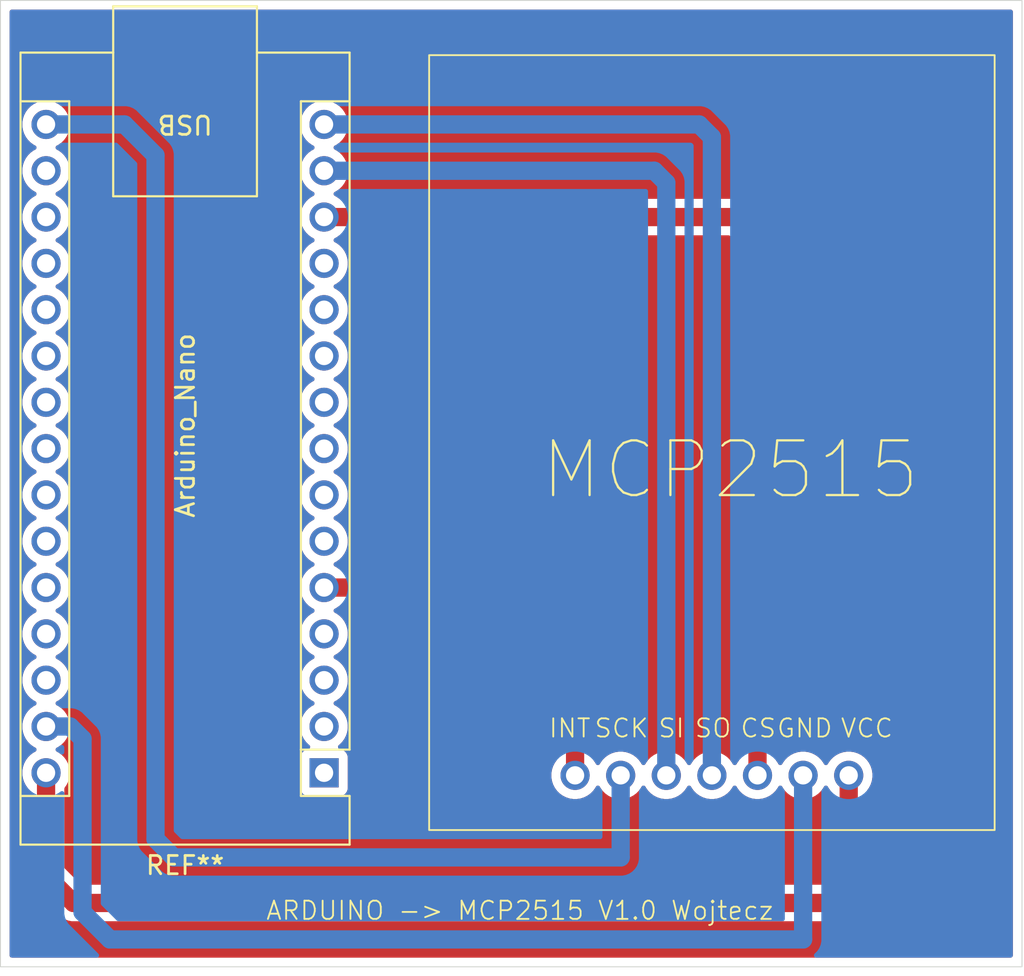
<source format=kicad_pcb>
(kicad_pcb (version 20241229) (generator "pcbnew") (generator_version "9.0")
  (layers (0 "F.Cu" signal) (2 "B.Cu" signal) (13 "F.Paste" user) (15 "B.Paste" user) (5 "F.SilkS" user "F.Silkscreen") (7 "B.SilkS" user "B.Silkscreen") (1 "F.Mask" user) (3 "B.Mask" user) (25 "Edge.Cuts" user))
  (net 0 "")
  (footprint "" (layer "F.Cu") (at 132.5 93 90)
    (property "Reference" "" (at 0 0 90) (layer "F.SilkS") (effects (font (size 1.27 1.27))))
    (property "Value" "")
    (pad "2" thru_hole oval (at 0 0 90) (size 1.6 1.6) (drill 1) (layers "*.Cu" "*.Mask"))
  )
  (footprint "" (layer "F.Cu") (at 140 93 90)
    (property "Reference" "" (at 0 0 90) (layer "F.SilkS") (effects (font (size 1.27 1.27))))
    (property "Value" "")
    (pad "5" thru_hole oval (at 0 0 90) (size 1.6 1.6) (drill 1) (layers "*.Cu" "*.Mask"))
  )
  (footprint "" (layer "F.Cu") (at 137.5 93 90)
    (property "Reference" "" (at 0 0 90) (layer "F.SilkS") (effects (font (size 1.27 1.27))))
    (property "Value" "")
    (pad "4" thru_hole oval (at 0 0 90) (size 1.6 1.6) (drill 1) (layers "*.Cu" "*.Mask"))
  )
  (footprint "" (layer "F.Cu") (at 130 93 90)
    (property "Reference" "" (at 0 0 90) (layer "F.SilkS") (effects (font (size 1.27 1.27))))
    (property "Value" "")
    (pad "1" thru_hole oval (at 0 0 90) (size 1.6 1.6) (drill 1) (layers "*.Cu" "*.Mask"))
  )
  (footprint "" (layer "F.Cu") (at 142.5 93 90)
    (property "Reference" "" (at 0 0 90) (layer "F.SilkS") (effects (font (size 1.27 1.27))))
    (property "Value" "")
    (pad "6" thru_hole oval (at 0 0 90) (size 1.6 1.6) (drill 1) (layers "*.Cu" "*.Mask"))
  )
  (footprint "" (layer "F.Cu") (at 135 93 90)
    (property "Reference" "" (at 0 0 90) (layer "F.SilkS") (effects (font (size 1.27 1.27))))
    (property "Value" "")
    (pad "3" thru_hole oval (at 0 0 90) (size 1.6 1.6) (drill 1) (layers "*.Cu" "*.Mask"))
  )
  (footprint "" (layer "F.Cu") (at 145 93 90)
    (property "Reference" "" (at 0 0 90) (layer "F.SilkS") (effects (font (size 1.27 1.27))))
    (property "Value" "")
    (pad "7" thru_hole oval (at 0 0 90) (size 1.6 1.6) (drill 1) (layers "*.Cu" "*.Mask"))
  )
  (footprint "Module:Arduino_Nano" (layer "F.Cu") (at 116.24 92.86 180)
    (property "Reference" "REF**" (at 7.62 -5.08 0) (layer "F.SilkS"))
    (property "Value" "Arduino_Nano" (at 7.61 19.05 90) (layer "F.SilkS"))
    (fp_line (start 16.64 39.5) (end 16.64 -3.94) (stroke (width 0.12)) (layer "F.SilkS"))
    (fp_line (start 16.64 39.5) (end 11.56 39.5) (stroke (width 0.12)) (layer "F.SilkS"))
    (fp_line (start 16.64 -3.94) (end -1.4 -3.94) (stroke (width 0.12)) (layer "F.SilkS"))
    (fp_line (start 13.97 36.83) (end 16.64 36.83) (stroke (width 0.12)) (layer "F.SilkS"))
    (fp_line (start 13.97 -1.27) (end 16.64 -1.27) (stroke (width 0.12)) (layer "F.SilkS"))
    (fp_line (start 13.97 -1.27) (end 13.97 36.83) (stroke (width 0.12)) (layer "F.SilkS"))
    (fp_line (start 11.56 42.04) (end 3.68 42.04) (stroke (width 0.12)) (layer "F.SilkS"))
    (fp_line (start 11.56 31.62) (end 11.56 42.04) (stroke (width 0.12)) (layer "F.SilkS"))
    (fp_line (start 3.68 42.04) (end 3.68 31.62) (stroke (width 0.12)) (layer "F.SilkS"))
    (fp_line (start 3.68 31.62) (end 11.56 31.62) (stroke (width 0.12)) (layer "F.SilkS"))
    (fp_line (start 1.27 36.83) (end -1.4 36.83) (stroke (width 0.12)) (layer "F.SilkS"))
    (fp_line (start 1.27 1.27) (end 1.27 36.83) (stroke (width 0.12)) (layer "F.SilkS"))
    (fp_line (start 1.27 1.27) (end 1.27 -1.27) (stroke (width 0.12)) (layer "F.SilkS"))
    (fp_line (start 1.27 1.27) (end -1.4 1.27) (stroke (width 0.12)) (layer "F.SilkS"))
    (fp_line (start 1.27 -1.27) (end -1.4 -1.27) (stroke (width 0.12)) (layer "F.SilkS"))
    (fp_line (start -1.4 39.5) (end 3.68 39.5) (stroke (width 0.12)) (layer "F.SilkS"))
    (fp_line (start -1.4 1.27) (end -1.4 39.5) (stroke (width 0.12)) (layer "F.SilkS"))
    (fp_line (start -1.4 -3.94) (end -1.4 -1.27) (stroke (width 0.12)) (layer "F.SilkS"))
    (fp_text user "USB" (at 7.62 35.56 180) (layer "F.SilkS"))
    (pad "1" thru_hole rect (at 0 0 180) (size 1.6 1.6) (drill 1) (layers "*.Cu" "*.Mask"))
    (pad "2" thru_hole oval (at 0 2.54 180) (size 1.6 1.6) (drill 1) (layers "*.Cu" "*.Mask"))
    (pad "3" thru_hole oval (at 0 5.08 180) (size 1.6 1.6) (drill 1) (layers "*.Cu" "*.Mask"))
    (pad "4" thru_hole oval (at 0 7.62 180) (size 1.6 1.6) (drill 1) (layers "*.Cu" "*.Mask"))
    (pad "5" thru_hole oval (at 0 10.16 180) (size 1.6 1.6) (drill 1) (layers "*.Cu" "*.Mask"))
    (pad "6" thru_hole oval (at 0 12.7 180) (size 1.6 1.6) (drill 1) (layers "*.Cu" "*.Mask"))
    (pad "7" thru_hole oval (at 0 15.24 180) (size 1.6 1.6) (drill 1) (layers "*.Cu" "*.Mask"))
    (pad "8" thru_hole oval (at 0 17.78 180) (size 1.6 1.6) (drill 1) (layers "*.Cu" "*.Mask"))
    (pad "9" thru_hole oval (at 0 20.32 180) (size 1.6 1.6) (drill 1) (layers "*.Cu" "*.Mask"))
    (pad "10" thru_hole oval (at 0 22.86 180) (size 1.6 1.6) (drill 1) (layers "*.Cu" "*.Mask"))
    (pad "11" thru_hole oval (at 0 25.4 180) (size 1.6 1.6) (drill 1) (layers "*.Cu" "*.Mask"))
    (pad "12" thru_hole oval (at 0 27.94 180) (size 1.6 1.6) (drill 1) (layers "*.Cu" "*.Mask"))
    (pad "13" thru_hole oval (at 0 30.48 180) (size 1.6 1.6) (drill 1) (layers "*.Cu" "*.Mask"))
    (pad "14" thru_hole oval (at 0 33.02 180) (size 1.6 1.6) (drill 1) (layers "*.Cu" "*.Mask"))
    (pad "15" thru_hole oval (at 0 35.56 180) (size 1.6 1.6) (drill 1) (layers "*.Cu" "*.Mask"))
    (pad "16" thru_hole oval (at 15.24 35.56 180) (size 1.6 1.6) (drill 1) (layers "*.Cu" "*.Mask"))
    (pad "17" thru_hole oval (at 15.24 33.02 180) (size 1.6 1.6) (drill 1) (layers "*.Cu" "*.Mask"))
    (pad "18" thru_hole oval (at 15.24 30.48 180) (size 1.6 1.6) (drill 1) (layers "*.Cu" "*.Mask"))
    (pad "19" thru_hole oval (at 15.24 27.94 180) (size 1.6 1.6) (drill 1) (layers "*.Cu" "*.Mask"))
    (pad "20" thru_hole oval (at 15.24 25.4 180) (size 1.6 1.6) (drill 1) (layers "*.Cu" "*.Mask"))
    (pad "21" thru_hole oval (at 15.24 22.86 180) (size 1.6 1.6) (drill 1) (layers "*.Cu" "*.Mask"))
    (pad "22" thru_hole oval (at 15.24 20.32 180) (size 1.6 1.6) (drill 1) (layers "*.Cu" "*.Mask"))
    (pad "23" thru_hole oval (at 15.24 17.78 180) (size 1.6 1.6) (drill 1) (layers "*.Cu" "*.Mask"))
    (pad "24" thru_hole oval (at 15.24 15.24 180) (size 1.6 1.6) (drill 1) (layers "*.Cu" "*.Mask"))
    (pad "25" thru_hole oval (at 15.24 12.7 180) (size 1.6 1.6) (drill 1) (layers "*.Cu" "*.Mask"))
    (pad "26" thru_hole oval (at 15.24 10.16 180) (size 1.6 1.6) (drill 1) (layers "*.Cu" "*.Mask"))
    (pad "27" thru_hole oval (at 15.24 7.62 180) (size 1.6 1.6) (drill 1) (layers "*.Cu" "*.Mask"))
    (pad "28" thru_hole oval (at 15.24 5.08 180) (size 1.6 1.6) (drill 1) (layers "*.Cu" "*.Mask"))
    (pad "29" thru_hole oval (at 15.24 2.54 180) (size 1.6 1.6) (drill 1) (layers "*.Cu" "*.Mask"))
    (pad "30" thru_hole oval (at 15.24 0 180) (size 1.6 1.6) (drill 1) (layers "*.Cu" "*.Mask"))
  )
  (gr_rect (start 122 53.5) (end 153 96) (stroke (width 0.1)) (fill no) (layer "F.SilkS"))
  (gr_rect (start 98.5 50.5) (end 154.5 103.5) (stroke (width 0.05)) (fill no) (layer "Edge.Cuts"))
  (gr_text "VCC" (at 144.5 91 0) (layer "F.SilkS") (effects (font (size 1 1) (thickness 0.1)) (justify left bottom)))
  (gr_text "SI\n" (at 134.5 91 0) (layer "F.SilkS") (effects (font (size 1 1) (thickness 0.1)) (justify left bottom)))
  (gr_text "SCK\n" (at 131 91 0) (layer "F.SilkS") (effects (font (size 1 1) (thickness 0.1)) (justify left bottom)))
  (gr_text "INT" (at 128.5 91 0) (layer "F.SilkS") (effects (font (size 1 1) (thickness 0.1)) (justify left bottom)))
  (gr_text "MCP2515" (at 128 78 0) (layer "F.SilkS") (effects (font (size 3 3) (thickness 0.125)) (justify left bottom)))
  (gr_text "CS\n" (at 139 91 0) (layer "F.SilkS") (effects (font (size 1 1) (thickness 0.1)) (justify left bottom)))
  (gr_text "GND" (at 141 91 0) (layer "F.SilkS") (effects (font (size 1 1) (thickness 0.1)) (justify left bottom)))
  (gr_text "SO" (at 136.5 91 0) (layer "F.SilkS") (effects (font (size 1 1) (thickness 0.1)) (justify left bottom)))
  (gr_text "ARDUINO -> MCP2515 V1.0 Wojtecz" (at 113 101 0) (layer "F.SilkS") (effects (font (size 1 1) (thickness 0.1)) (justify left bottom)))
  (segment (start 130 84.5) (end 128.2 82.7) (width 1) (layer "F.Cu") (net 0))
  (segment (start 145 99) (end 144 100) (width 1) (layer "F.Cu") (net 0))
  (segment (start 145 93) (end 145 99) (width 1) (layer "F.Cu") (net 0))
  (segment (start 101 98.5) (end 101 92.86) (width 1) (layer "F.Cu") (net 0))
  (segment (start 144 100) (end 102.5 100) (width 1) (layer "F.Cu") (net 0))
  (segment (start 102.5 100) (end 101 98.5) (width 1) (layer "F.Cu") (net 0))
  (segment (start 130 93) (end 130 84.5) (width 1) (layer "F.Cu") (net 0))
  (segment (start 140 63.5) (end 138.88 62.38) (width 1) (layer "F.Cu") (net 0))
  (segment (start 138.88 62.38) (end 116.24 62.38) (width 1) (layer "F.Cu") (net 0))
  (segment (start 128.2 82.7) (end 116.24 82.7) (width 1) (layer "F.Cu") (net 0))
  (segment (start 140 93) (end 140 63.5) (width 1) (layer "F.Cu") (net 0))
  (segment (start 132.5 97.5) (end 108 97.5) (width 1) (layer "B.Cu") (net 0))
  (segment (start 137.5 58) (end 136.8 57.3) (width 1) (layer "B.Cu") (net 0))
  (segment (start 103 91) (end 102.32 90.32) (width 1) (layer "B.Cu") (net 0))
  (segment (start 135 60.5) (end 134.34 59.84) (width 1) (layer "B.Cu") (net 0))
  (segment (start 134.34 59.84) (end 116.24 59.84) (width 1) (layer "B.Cu") (net 0))
  (segment (start 104.5 102) (end 103 100.5) (width 1) (layer "B.Cu") (net 0))
  (segment (start 102.32 90.32) (end 101 90.32) (width 1) (layer "B.Cu") (net 0))
  (segment (start 103 100.5) (end 103 91) (width 1) (layer "B.Cu") (net 0))
  (segment (start 137.5 93) (end 137.5 58) (width 1) (layer "B.Cu") (net 0))
  (segment (start 107 96.5) (end 107 59) (width 1) (layer "B.Cu") (net 0))
  (segment (start 142.5 93) (end 142.5 102) (width 1) (layer "B.Cu") (net 0))
  (segment (start 136.8 57.3) (end 116.24 57.3) (width 1) (layer "B.Cu") (net 0))
  (segment (start 135 93) (end 135 60.5) (width 1) (layer "B.Cu") (net 0))
  (segment (start 108 97.5) (end 107 96.5) (width 1) (layer "B.Cu") (net 0))
  (segment (start 142.5 102) (end 104.5 102) (width 1) (layer "B.Cu") (net 0))
  (segment (start 132.5 93) (end 132.5 97.5) (width 1) (layer "B.Cu") (net 0))
  (segment (start 107 59) (end 105.3 57.3) (width 1) (layer "B.Cu") (net 0))
  (segment (start 105.3 57.3) (end 101 57.3) (width 1) (layer "B.Cu") (net 0))
  (zone (net 0) (net_name "") (layer "F.Cu") (priority 1) (connect_pads (clearance 0.5)) (min_thickness 0.25) (fill yes (thermal_gap 0.5) (thermal_bridge_width 0.5) (island_removal_mode 1) (island_area_min 10))
    (polygon (pts (xy 98.5 50.5) (xy 154.5 50.5) (xy 154.5 104) (xy 98.5 103.5)))
  )
  (zone (net 0) (net_name "") (layer "B.Cu") (connect_pads (clearance 0.5)) (min_thickness 0.25) (fill yes (thermal_gap 0.5) (thermal_bridge_width 0.5) (island_removal_mode 1) (island_area_min 10))
    (polygon (pts (xy 98.5 50.5) (xy 154.5 50.5) (xy 154.5 104) (xy 98.5 103.5)))
  )
)
</source>
